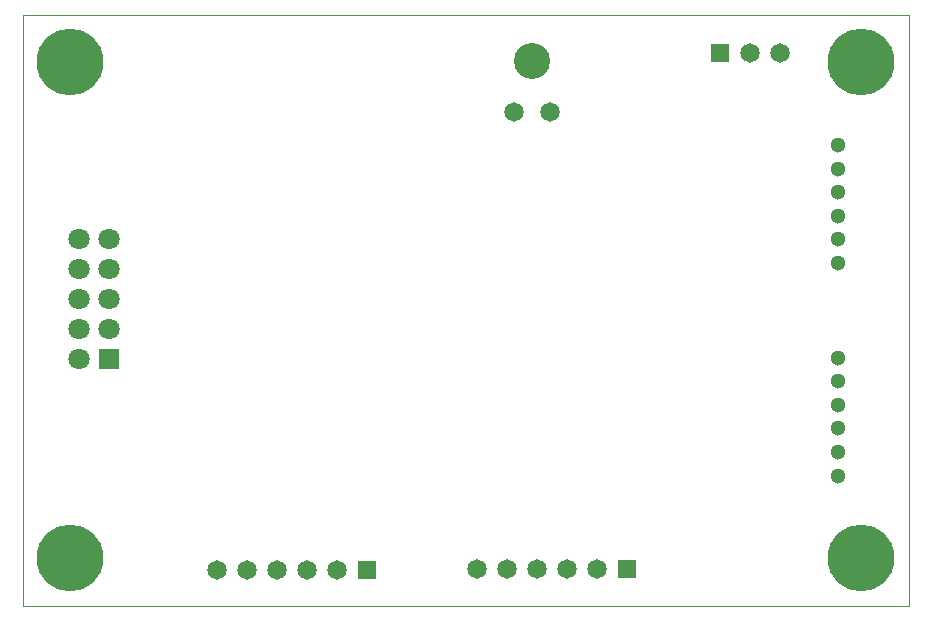
<source format=gbs>
G04 #@! TF.FileFunction,Soldermask,Bot*
%FSLAX46Y46*%
G04 Gerber Fmt 4.6, Leading zero omitted, Abs format (unit mm)*
G04 Created by KiCad (PCBNEW (2015-11-10 BZR 6307, Git a988d7a)-product) date Thu 12 Nov 2015 09:09:47 PM EST*
%MOMM*%
G01*
G04 APERTURE LIST*
%ADD10C,0.100000*%
%ADD11C,1.300000*%
%ADD12R,1.650000X1.650000*%
%ADD13C,1.650000*%
%ADD14R,1.800000X1.800000*%
%ADD15C,1.800000*%
%ADD16C,3.050000*%
%ADD17C,5.650000*%
G04 APERTURE END LIST*
D10*
X113000000Y-150000000D02*
X113000000Y-100000000D01*
X188000000Y-150000000D02*
X113000000Y-150000000D01*
X188000000Y-100000000D02*
X188000000Y-150000000D01*
X113000000Y-100000000D02*
X188000000Y-100000000D01*
D11*
X182000000Y-139000000D03*
X182000000Y-137000000D03*
X182000000Y-135000000D03*
X182000000Y-133000000D03*
X182000000Y-131000000D03*
X182000000Y-129000000D03*
D12*
X164160000Y-146900000D03*
D13*
X161620000Y-146900000D03*
X159080000Y-146900000D03*
X156540000Y-146900000D03*
X154000000Y-146900000D03*
X151460000Y-146900000D03*
D14*
X120270000Y-129080000D03*
D15*
X117730000Y-129080000D03*
X120270000Y-126540000D03*
X117730000Y-126540000D03*
X120270000Y-124000000D03*
X117730000Y-124000000D03*
X120270000Y-121460000D03*
X117730000Y-121460000D03*
X120270000Y-118920000D03*
X117730000Y-118920000D03*
D12*
X142120000Y-147000000D03*
D13*
X139580000Y-147000000D03*
X137040000Y-147000000D03*
X134500000Y-147000000D03*
X131960000Y-147000000D03*
X129420000Y-147000000D03*
D11*
X182000000Y-121000000D03*
X182000000Y-119000000D03*
X182000000Y-117000000D03*
X182000000Y-115000000D03*
X182000000Y-113000000D03*
X182000000Y-111000000D03*
D13*
X154600000Y-108200000D03*
X157600000Y-108200000D03*
D16*
X156100000Y-103880000D03*
D12*
X172000000Y-103200000D03*
D13*
X174540000Y-103200000D03*
X177080000Y-103200000D03*
D17*
X117000000Y-146000000D03*
X184000000Y-146000000D03*
X184000000Y-104000000D03*
X117000000Y-104000000D03*
M02*

</source>
